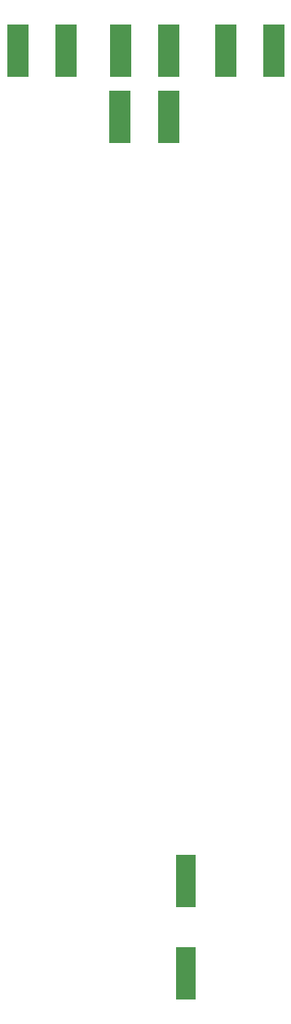
<source format=gbp>
G04*
G04 #@! TF.GenerationSoftware,Altium Limited,Altium Designer,21.0.9 (235)*
G04*
G04 Layer_Color=128*
%FSLAX25Y25*%
%MOIN*%
G70*
G04*
G04 #@! TF.SameCoordinates,E5C10B9F-721F-4CD3-8270-1C0E1EB20485*
G04*
G04*
G04 #@! TF.FilePolarity,Positive*
G04*
G01*
G75*
%ADD19R,0.08661X0.21654*%
%ADD91R,0.07874X0.21654*%
D19*
X553059Y631500D02*
D03*
X572941D02*
D03*
X510000Y604500D02*
D03*
X529882D02*
D03*
X529941Y631500D02*
D03*
X510059D02*
D03*
X468059D02*
D03*
X487941D02*
D03*
D91*
X537000Y292701D02*
D03*
Y255299D02*
D03*
M02*

</source>
